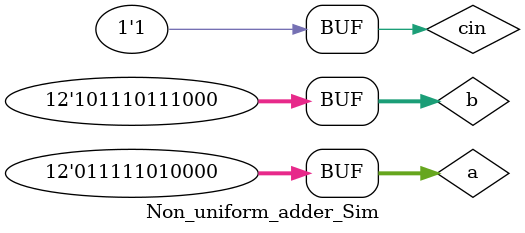
<source format=v>
`timescale 1ns / 1ps


module Non_uniform_adder_Sim();
reg [11:0] a;
reg [11:0] b;
reg cin;
wire [11:0] res;
wire cout;

Non_uniform_adder UA1(a, b, cin, res, cout);

initial
begin
    #200
    a = 12'd1000;
    b = 12'd1000;
    cin = 0;
    
    #200
    a = 12'd2000;
    b = 12'd3000;
    cin = 0;
    
    #200
    a = 12'd1000;
    b = 12'd1000;
    cin = 1;
    
    #200
    a = 12'd2000;
    b = 12'd3000;
    cin = 1;
end
endmodule



</source>
